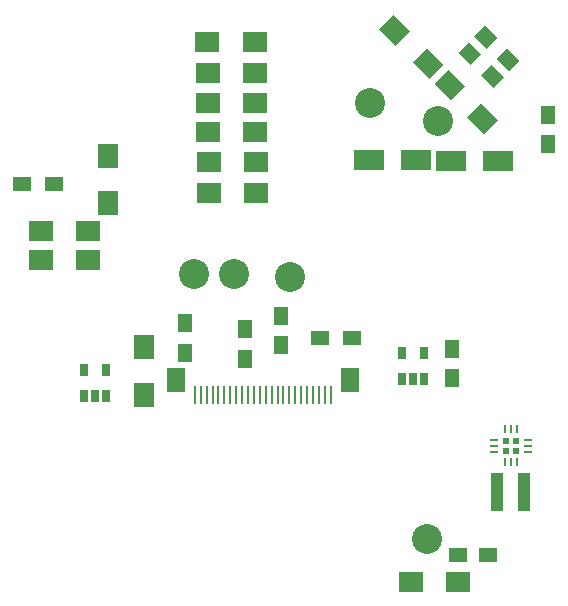
<source format=gtp>
G04 #@! TF.FileFunction,Paste,Top*
%FSLAX46Y46*%
G04 Gerber Fmt 4.6, Leading zero omitted, Abs format (unit mm)*
G04 Created by KiCad (PCBNEW 4.0.6) date 10/19/17 05:59:14*
%MOMM*%
%LPD*%
G01*
G04 APERTURE LIST*
%ADD10C,0.100000*%
%ADD11R,1.250000X1.500000*%
%ADD12R,1.500000X1.250000*%
%ADD13R,0.250000X1.600000*%
%ADD14R,1.500000X2.000000*%
%ADD15R,1.500000X1.300000*%
%ADD16R,1.700000X2.000000*%
%ADD17R,2.000000X1.700000*%
%ADD18R,0.250000X0.700000*%
%ADD19R,0.700000X0.250000*%
%ADD20R,0.495000X0.495000*%
%ADD21R,0.650000X1.060000*%
%ADD22R,2.500000X1.800000*%
%ADD23R,1.099820X3.299460*%
%ADD24C,2.540000*%
G04 APERTURE END LIST*
D10*
D11*
X183134000Y-117582000D03*
X183134000Y-115082000D03*
X191262000Y-116947000D03*
X191262000Y-114447000D03*
X188214000Y-118090000D03*
X188214000Y-115590000D03*
X213868000Y-97429000D03*
X213868000Y-99929000D03*
X205740000Y-119741000D03*
X205740000Y-117241000D03*
D12*
X206268000Y-134670800D03*
X208768000Y-134670800D03*
D13*
X183988000Y-121158000D03*
X184488000Y-121158000D03*
X184988000Y-121158000D03*
X185488000Y-121158000D03*
X185988000Y-121158000D03*
X186488000Y-121158000D03*
X186988000Y-121158000D03*
X187488000Y-121158000D03*
X187988000Y-121158000D03*
X188488000Y-121158000D03*
X188988000Y-121158000D03*
X189488000Y-121158000D03*
X189988000Y-121158000D03*
X190488000Y-121158000D03*
X190988000Y-121158000D03*
X191488000Y-121158000D03*
X191988000Y-121158000D03*
X192488000Y-121158000D03*
X192988000Y-121158000D03*
X193488000Y-121158000D03*
X193988000Y-121158000D03*
X194488000Y-121158000D03*
X194988000Y-121158000D03*
X195488000Y-121158000D03*
D14*
X197088000Y-119858000D03*
X182388000Y-119858000D03*
D10*
G36*
X206271957Y-92192695D02*
X207191195Y-91273457D01*
X208251855Y-92334117D01*
X207332617Y-93253355D01*
X206271957Y-92192695D01*
X206271957Y-92192695D01*
G37*
G36*
X208181145Y-94101883D02*
X209100383Y-93182645D01*
X210161043Y-94243305D01*
X209241805Y-95162543D01*
X208181145Y-94101883D01*
X208181145Y-94101883D01*
G37*
G36*
X207605457Y-90795695D02*
X208524695Y-89876457D01*
X209585355Y-90937117D01*
X208666117Y-91856355D01*
X207605457Y-90795695D01*
X207605457Y-90795695D01*
G37*
G36*
X209514645Y-92704883D02*
X210433883Y-91785645D01*
X211494543Y-92846305D01*
X210575305Y-93765543D01*
X209514645Y-92704883D01*
X209514645Y-92704883D01*
G37*
G36*
X205033362Y-93214280D02*
X203831280Y-94416362D01*
X202417066Y-93002148D01*
X203619148Y-91800066D01*
X205033362Y-93214280D01*
X205033362Y-93214280D01*
G37*
G36*
X202204934Y-90385852D02*
X201002852Y-91587934D01*
X199588638Y-90173720D01*
X200790720Y-88971638D01*
X202204934Y-90385852D01*
X202204934Y-90385852D01*
G37*
G36*
X204224138Y-94809220D02*
X205426220Y-93607138D01*
X206840434Y-95021352D01*
X205638352Y-96223434D01*
X204224138Y-94809220D01*
X204224138Y-94809220D01*
G37*
G36*
X207052566Y-97637648D02*
X208254648Y-96435566D01*
X209668862Y-97849780D01*
X208466780Y-99051862D01*
X207052566Y-97637648D01*
X207052566Y-97637648D01*
G37*
D15*
X197311000Y-116332000D03*
X194611000Y-116332000D03*
D16*
X179705000Y-117126000D03*
X179705000Y-121126000D03*
D17*
X170974000Y-107315000D03*
X174974000Y-107315000D03*
X170974000Y-109728000D03*
X174974000Y-109728000D03*
D18*
X210256500Y-126876000D03*
X210756500Y-126876000D03*
X211256500Y-126876000D03*
D19*
X212156500Y-125976000D03*
X212156500Y-125476000D03*
X212156500Y-124976000D03*
D18*
X211256500Y-124076000D03*
X210756500Y-124076000D03*
X210256500Y-124076000D03*
D19*
X209356500Y-124976000D03*
X209356500Y-125476000D03*
X209356500Y-125976000D03*
D20*
X211169000Y-125063500D03*
X210344000Y-125063500D03*
X211169000Y-125888500D03*
X210344000Y-125888500D03*
D21*
X174564000Y-121242000D03*
X175514000Y-121242000D03*
X176464000Y-121242000D03*
X176464000Y-119042000D03*
X174564000Y-119042000D03*
X201488000Y-119845000D03*
X202438000Y-119845000D03*
X203388000Y-119845000D03*
X203388000Y-117645000D03*
X201488000Y-117645000D03*
D22*
X205645000Y-101346000D03*
X209645000Y-101346000D03*
X202723500Y-101282500D03*
X198723500Y-101282500D03*
D23*
X211856320Y-129413000D03*
X209605880Y-129413000D03*
D24*
X192024000Y-111150400D03*
X204571600Y-97942400D03*
X203657200Y-133350000D03*
X187299600Y-110896400D03*
X183946800Y-110896400D03*
X198780400Y-96469200D03*
D17*
X185045600Y-91287600D03*
X189045600Y-91287600D03*
D16*
X176631600Y-104920800D03*
X176631600Y-100920800D03*
D17*
X185096400Y-93878400D03*
X189096400Y-93878400D03*
D15*
X169388800Y-103276400D03*
X172088800Y-103276400D03*
D17*
X185096400Y-96418400D03*
X189096400Y-96418400D03*
X185096400Y-98907600D03*
X189096400Y-98907600D03*
X185147200Y-101447600D03*
X189147200Y-101447600D03*
X185147200Y-104038400D03*
X189147200Y-104038400D03*
X206266800Y-136956800D03*
X202266800Y-136956800D03*
M02*

</source>
